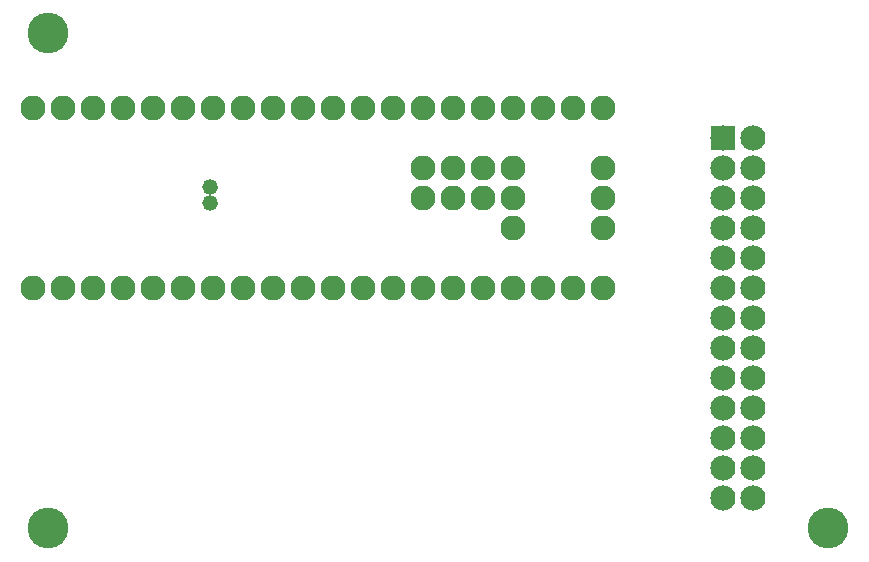
<source format=gts>
G04 MADE WITH FRITZING*
G04 WWW.FRITZING.ORG*
G04 DOUBLE SIDED*
G04 HOLES PLATED*
G04 CONTOUR ON CENTER OF CONTOUR VECTOR*
%ASAXBY*%
%FSLAX23Y23*%
%MOIN*%
%OFA0B0*%
%SFA1.0B1.0*%
%ADD10C,0.082892*%
%ADD11C,0.052000*%
%ADD12C,0.084000*%
%ADD13C,0.135984*%
%ADD14R,0.084000X0.084000*%
%LNMASK1*%
G90*
G70*
G54D10*
X98Y1515D03*
X1998Y1115D03*
X1398Y1215D03*
X1498Y1215D03*
X1598Y1215D03*
X1698Y1215D03*
X1398Y1315D03*
X1498Y1315D03*
X1598Y1315D03*
X1698Y1315D03*
X798Y1515D03*
X698Y1515D03*
X598Y1515D03*
X498Y1515D03*
X398Y1515D03*
X298Y1515D03*
X198Y1515D03*
X198Y915D03*
X1298Y915D03*
X1398Y915D03*
X1498Y915D03*
X1598Y915D03*
X1698Y915D03*
X1798Y915D03*
X1898Y915D03*
X1998Y915D03*
X298Y915D03*
X398Y915D03*
X498Y915D03*
X598Y915D03*
X698Y915D03*
X798Y915D03*
X898Y915D03*
X998Y915D03*
X1098Y915D03*
X1198Y915D03*
G54D11*
X688Y1251D03*
X688Y1199D03*
G54D10*
X998Y1515D03*
X898Y1515D03*
X1298Y1515D03*
X1398Y1515D03*
X1498Y1515D03*
X1598Y1515D03*
X1698Y1515D03*
X1798Y1515D03*
X1898Y1515D03*
X1998Y1515D03*
X98Y915D03*
X1998Y1215D03*
X1098Y1515D03*
X1198Y1515D03*
X1998Y1315D03*
X1698Y1115D03*
G54D12*
X2498Y1415D03*
X2498Y1315D03*
X2498Y1215D03*
X2498Y1115D03*
X2498Y1015D03*
X2498Y915D03*
X2498Y815D03*
X2498Y715D03*
X2498Y615D03*
X2498Y515D03*
X2498Y415D03*
X2498Y315D03*
X2498Y215D03*
X2398Y1415D03*
X2398Y1315D03*
X2398Y1215D03*
X2398Y1115D03*
X2398Y1015D03*
X2398Y915D03*
X2398Y815D03*
X2398Y715D03*
X2398Y615D03*
X2398Y515D03*
X2398Y415D03*
X2398Y315D03*
X2398Y215D03*
G54D13*
X2748Y115D03*
X148Y1765D03*
X148Y115D03*
G54D14*
X2398Y1415D03*
G04 End of Mask1*
M02*
</source>
